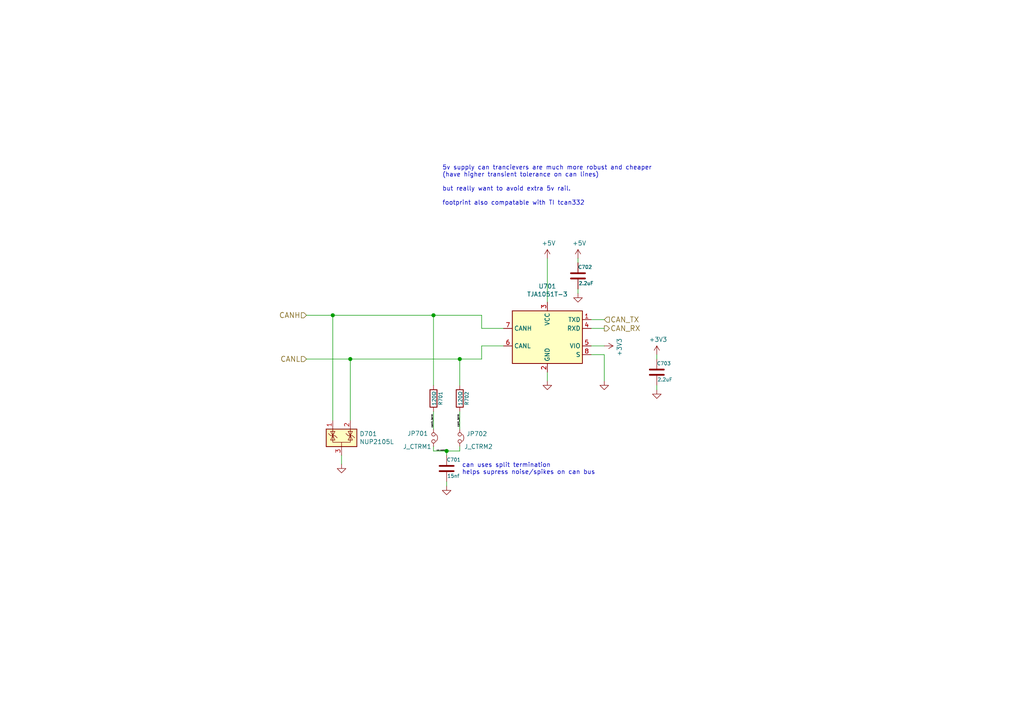
<source format=kicad_sch>
(kicad_sch (version 20210621) (generator eeschema)
  (paper "A4")
  (title_block (title "Moxie-Drive 24, vesc compatable motor controller") (date "2020-07-01") (rev "1.0") (company "Marshall Scholz"))
  (lib_symbols
    (symbol "24_control_board-rescue:C-Device-MoxiE_Control_board-rescue" (pin_numbers hide) (pin_names (offset 0.254))
      (property "Reference" "C" (at 0.635 2.54 0))
      (property "Value" "C-Device-MoxiE_Control_board-rescue" (at 0.635 -2.54 0))
      (symbol "C-Device-MoxiE_Control_board-rescue_0_1"
        (polyline (pts (xy -2.032 -0.762) (xy 2.032 -0.762)) (stroke (width 0.508)))
        (polyline (pts (xy -2.032 0.762) (xy 2.032 0.762)) (stroke (width 0.508)))
      )
      (symbol "C-Device-MoxiE_Control_board-rescue_1_1"
        (pin passive line (at 0 3.81 270) (length 2.794) (name "~") (number "1"))
        (pin passive line (at 0 -3.81 90) (length 2.794) (name "~") (number "2"))
      )
    )
    (symbol "24_control_board-rescue:GND-power-MoxiE_Control_board-rescue" (power) (pin_names (offset 0))
      (property "Value" "GND-power-MoxiE_Control_board-rescue" (at 0 -3.81 0))
      (symbol "GND-power-MoxiE_Control_board-rescue_0_1"
        (polyline (pts (xy 0 0) (xy 0 -1.27) (xy 1.27 -1.27) (xy 0 -2.54) (xy -1.27 -1.27) (xy 0 -1.27)))
      )
      (symbol "GND-power-MoxiE_Control_board-rescue_1_1"
        (pin power_in line (at 0 0 270) (length 0) hide (name "GND") (number "1"))
      )
    )
    (symbol "24_control_board-rescue:R-Device-MoxiE_Control_board-rescue" (pin_numbers hide) (pin_names (offset 0))
      (property "Reference" "R" (at 2.032 0 90))
      (property "Value" "R-Device-MoxiE_Control_board-rescue" (at 0 0 90))
      (symbol "R-Device-MoxiE_Control_board-rescue_0_1"
        (rectangle (start -1.016 -2.54) (end 1.016 2.54) (stroke (width 0.254)))
      )
      (symbol "R-Device-MoxiE_Control_board-rescue_1_1"
        (pin passive line (at 0 3.81 270) (length 1.27) (name "~") (number "1"))
        (pin passive line (at 0 -3.81 90) (length 1.27) (name "~") (number "2"))
      )
    )
    (symbol "Device:Jumper_NC_Small" (pin_numbers hide) (pin_names (offset 0.762) hide)
      (property "Reference" "JP" (at 0 2.032 0))
      (property "Value" "Jumper_NC_Small" (at 0.254 -1.524 0))
      (symbol "Jumper_NC_Small_0_1"
        (arc (start 1.016 0.762) (end -1.016 0.762) (radius (at 0 -0.254) (length 1.4478) (angles 45 135)))
        (circle (center -1.016 0) (radius 0.508))
        (circle (center 1.016 0) (radius 0.508))
        (pin passive line (at -2.54 0 0) (length 1.016) (name "1") (number "1"))
        (pin passive line (at 2.54 0 180) (length 1.016) (name "2") (number "2"))
      )
    )
    (symbol "Interface_CAN_LIN:TJA1051T-3"
      (property "Reference" "U" (at -10.16 8.89 0))
      (property "Value" "TJA1051T-3" (at 1.27 8.89 0))
      (symbol "TJA1051T-3_0_1"
        (rectangle (start -10.16 7.62) (end 10.16 -7.62) (stroke (width 0.254)) (fill (type background)))
      )
      (symbol "TJA1051T-3_1_1"
        (pin input line (at -12.7 5.08 0) (length 2.54) (name "TXD") (number "1"))
        (pin power_in line (at 0 -10.16 90) (length 2.54) (name "GND") (number "2"))
        (pin power_in line (at 0 10.16 270) (length 2.54) (name "VCC") (number "3"))
        (pin output line (at -12.7 2.54 0) (length 2.54) (name "RXD") (number "4"))
        (pin power_in line (at -12.7 -2.54 0) (length 2.54) (name "VIO") (number "5"))
        (pin bidirectional line (at 12.7 -2.54 180) (length 2.54) (name "CANL") (number "6"))
        (pin bidirectional line (at 12.7 2.54 180) (length 2.54) (name "CANH") (number "7"))
        (pin input line (at -12.7 -5.08 0) (length 2.54) (name "S") (number "8"))
      )
    )
    (symbol "Power_Protection:NUP2105L" (pin_names hide)
      (property "Reference" "D" (at 5.715 2.54 0))
      (property "Value" "NUP2105L" (at 5.715 0.635 0))
      (symbol "NUP2105L_0_0"
        (pin passive line (at 0 -5.08 90) (length 2.54) (name "A") (number "3"))
      )
      (symbol "NUP2105L_0_1"
        (rectangle (start -4.445 2.54) (end 4.445 -2.54) (stroke (width 0.254)) (fill (type background)))
        (polyline (pts (xy -2.54 2.54) (xy -2.54 0.635)))
        (polyline (pts (xy 0 -1.27) (xy 0 -2.54)))
        (polyline (pts (xy 2.54 2.54) (xy 2.54 0.635)))
        (polyline (pts (xy -3.81 1.27) (xy -3.175 0.635) (xy -1.905 0.635) (xy -1.27 0)))
        (polyline (pts (xy -2.54 0.635) (xy -2.54 -1.27) (xy 2.54 -1.27) (xy 2.54 0.635)))
        (polyline (pts (xy -2.54 0.635) (xy -1.905 -0.635) (xy -3.175 -0.635) (xy -2.54 0.635)))
        (polyline (pts (xy 2.54 0.635) (xy 1.905 -0.635) (xy 3.175 -0.635) (xy 2.54 0.635)))
        (polyline (pts (xy 2.54 0.635) (xy 3.175 1.905) (xy 1.905 1.905) (xy 2.54 0.635)))
        (polyline (pts (xy -2.54 0.635) (xy -3.175 1.905) (xy -1.905 1.905) (xy -2.54 0.635) (xy -2.54 1.27)))
        (polyline (pts (xy 1.27 1.27) (xy 1.905 0.635) (xy 2.54 0.635) (xy 3.175 0.635) (xy 3.81 0)))
      )
      (symbol "NUP2105L_1_1"
        (pin passive line (at -2.54 5.08 270) (length 2.54) (name "K") (number "1"))
        (pin passive line (at 2.54 5.08 270) (length 2.54) (name "K") (number "2"))
      )
    )
    (symbol "power:+3.3V" (power) (pin_names (offset 0))
      (property "Value" "+3.3V" (at 0 3.556 0))
      (symbol "+3.3V_0_1"
        (polyline (pts (xy -0.762 1.27) (xy 0 2.54)))
        (polyline (pts (xy 0 0) (xy 0 2.54)))
        (polyline (pts (xy 0 2.54) (xy 0.762 1.27)))
      )
      (symbol "+3.3V_1_1"
        (pin power_in line (at 0 0 90) (length 0) hide (name "+3V3") (number "1"))
      )
    )
    (symbol "power:+5V" (power) (pin_names (offset 0))
      (property "Value" "+5V" (at 0 3.556 0))
      (symbol "+5V_0_1"
        (polyline (pts (xy -0.762 1.27) (xy 0 2.54)))
        (polyline (pts (xy 0 0) (xy 0 2.54)))
        (polyline (pts (xy 0 2.54) (xy 0.762 1.27)))
      )
      (symbol "+5V_1_1"
        (pin power_in line (at 0 0 90) (length 0) hide (name "+5V") (number "1"))
      )
    )
  )
  (junction (at 96.52 91.44) (diameter 1.016))
  (junction (at 101.6 104.14) (diameter 1.016))
  (junction (at 125.73 91.44) (diameter 1.016))
  (junction (at 129.54 130.81) (diameter 1.016))
  (junction (at 133.35 104.14) (diameter 1.016))
  (wire (pts (xy 88.9 91.44) (xy 96.52 91.44)))
  (wire (pts (xy 88.9 104.14) (xy 101.6 104.14)))
  (wire (pts (xy 96.52 91.44) (xy 125.73 91.44)))
  (wire (pts (xy 96.52 121.92) (xy 96.52 91.44)))
  (wire (pts (xy 99.06 134.62) (xy 99.06 132.08)))
  (wire (pts (xy 101.6 104.14) (xy 133.35 104.14)))
  (wire (pts (xy 101.6 121.92) (xy 101.6 104.14)))
  (wire (pts (xy 125.73 91.44) (xy 125.73 111.76)))
  (wire (pts (xy 125.73 91.44) (xy 139.7 91.44)))
  (wire (pts (xy 125.73 119.38) (xy 125.73 124.46)))
  (wire (pts (xy 125.73 129.54) (xy 125.73 130.81)))
  (wire (pts (xy 125.73 130.81) (xy 129.54 130.81)))
  (wire (pts (xy 129.54 130.81) (xy 133.35 130.81)))
  (wire (pts (xy 129.54 132.08) (xy 129.54 130.81)))
  (wire (pts (xy 129.54 140.97) (xy 129.54 139.7)))
  (wire (pts (xy 133.35 104.14) (xy 133.35 111.76)))
  (wire (pts (xy 133.35 104.14) (xy 139.7 104.14)))
  (wire (pts (xy 133.35 119.38) (xy 133.35 124.46)))
  (wire (pts (xy 133.35 130.81) (xy 133.35 129.54)))
  (wire (pts (xy 139.7 95.25) (xy 139.7 91.44)))
  (wire (pts (xy 139.7 100.33) (xy 146.05 100.33)))
  (wire (pts (xy 139.7 104.14) (xy 139.7 100.33)))
  (wire (pts (xy 146.05 95.25) (xy 139.7 95.25)))
  (wire (pts (xy 158.75 87.63) (xy 158.75 74.93)))
  (wire (pts (xy 158.75 107.95) (xy 158.75 110.49)))
  (wire (pts (xy 167.64 74.93) (xy 167.64 76.2)))
  (wire (pts (xy 167.64 83.82) (xy 167.64 85.09)))
  (wire (pts (xy 171.45 95.25) (xy 175.26 95.25)))
  (wire (pts (xy 171.45 100.33) (xy 175.26 100.33)))
  (wire (pts (xy 175.26 92.71) (xy 171.45 92.71)))
  (wire (pts (xy 175.26 102.87) (xy 171.45 102.87)))
  (wire (pts (xy 175.26 102.87) (xy 175.26 110.49)))
  (wire (pts (xy 190.5 102.87) (xy 190.5 104.14)))
  (wire (pts (xy 190.5 111.76) (xy 190.5 113.03)))
  (text "5v supply can trancievers are much more robust and cheaper\n(have higher transient tolerance on can lines)\n\nbut really want to avoid extra 5v rail.\n\nfootprint also compatable with TI tcan332" (at 128.27 59.69 0) (effects (font (size 1.27 1.27)) (justify left bottom)))
  (text "can uses split termination\nhelps supress noise/spikes on can bus" (at 133.985 137.795 0) (effects (font (size 1.27 1.27)) (justify left bottom)))
  (label "canh_term" (at 125.73 120.015 270) (effects (font (size 0.5 0.5))))
  (label "can_capterm" (at 129.54 130.81 180) (effects (font (size 0.3 0.3))))
  (label "canl_term" (at 133.35 120.015 270) (effects (font (size 0.5 0.5))))
  (hierarchical_label "CANH" (shape input) (at 88.9 91.44 180) (effects (font (size 1.524 1.524))))
  (hierarchical_label "CANL" (shape input) (at 88.9 104.14 180) (effects (font (size 1.524 1.524))))
  (hierarchical_label "CAN_TX" (shape input) (at 175.26 92.71 0) (effects (font (size 1.524 1.524))))
  (hierarchical_label "CAN_RX" (shape output) (at 175.26 95.25 0) (effects (font (size 1.524 1.524))))
  (symbol (lib_id "power:+5V") (at 158.75 74.93 0) (unit 1)
    (property "Reference" "#PWR0702" (effects hide))
    (property "Value" "+5V" (at 159.131 70.5358 0))
  )
  (symbol (lib_id "power:+5V") (at 167.64 74.93 0) (unit 1)
    (property "Reference" "#PWR0704" (effects hide))
    (property "Value" "+5V" (at 168.021 70.5358 0))
  )
  (symbol (lib_id "power:+3.3V") (at 175.26 100.33 270) (unit 1)
    (property "Reference" "#PWR0706" (effects hide))
    (property "Value" "+3.3V" (at 179.6542 100.711 0))
  )
  (symbol (lib_id "power:+3.3V") (at 190.5 102.87 0) (unit 1)
    (property "Reference" "#PWR0124" (effects hide))
    (property "Value" "+3.3V" (at 190.881 98.4758 0))
  )
  (symbol (lib_id "24_control_board-rescue:GND-power-MoxiE_Control_board-rescue") (at 99.06 134.62 0) (unit 1)
    (property "Reference" "#PWR0122" (effects hide))
    (property "Value" "GND" (effects hide))
  )
  (symbol (lib_id "24_control_board-rescue:GND-power-MoxiE_Control_board-rescue") (at 129.54 140.97 0) (unit 1)
    (property "Reference" "#PWR0701" (effects hide))
    (property "Value" "GND" (effects hide))
  )
  (symbol (lib_id "24_control_board-rescue:GND-power-MoxiE_Control_board-rescue") (at 158.75 110.49 0) (unit 1)
    (property "Reference" "#PWR0703" (effects hide))
    (property "Value" "GND" (effects hide))
  )
  (symbol (lib_id "24_control_board-rescue:GND-power-MoxiE_Control_board-rescue") (at 167.64 85.09 0) (unit 1)
    (property "Reference" "#PWR0705" (effects hide))
    (property "Value" "GND" (effects hide))
  )
  (symbol (lib_id "24_control_board-rescue:GND-power-MoxiE_Control_board-rescue") (at 175.26 110.49 0) (unit 1)
    (property "Reference" "#PWR0707" (effects hide))
    (property "Value" "GND" (effects hide))
  )
  (symbol (lib_id "24_control_board-rescue:GND-power-MoxiE_Control_board-rescue") (at 190.5 113.03 0) (unit 1)
    (property "Reference" "#PWR0123" (effects hide))
    (property "Value" "GND" (effects hide))
  )
  (symbol (lib_id "Device:Jumper_NC_Small") (at 125.73 127 270) (unit 1)
    (property "Reference" "JP701" (at 118.11 125.73 90) (effects (justify left)))
    (property "Value" "J_CTRM1" (at 116.84 129.54 90) (effects (justify left)))
    (property "Footprint" "pkl_jumpers:J_NC_0402_15" (effects hide))
  )
  (symbol (lib_id "Device:Jumper_NC_Small") (at 133.35 127 270) (unit 1)
    (property "Reference" "JP702" (at 135.255 125.8316 90) (effects (justify left)))
    (property "Value" "J_CTRM2" (at 134.62 129.54 90) (effects (justify left)))
    (property "Footprint" "pkl_jumpers:J_NC_0402_15" (effects hide))
  )
  (symbol (lib_id "24_control_board-rescue:R-Device-MoxiE_Control_board-rescue") (at 125.73 115.57 0) (unit 1)
    (property "Reference" "R701" (at 127.762 115.57 90) (effects (font (size 1.016 1.016))))
    (property "Value" "120Ω" (at 125.9078 115.5446 90) (effects (font (size 1.016 1.016))))
    (property "Footprint" "pkl_dipol:R_0402" (effects hide))
  )
  (symbol (lib_id "24_control_board-rescue:R-Device-MoxiE_Control_board-rescue") (at 133.35 115.57 0) (unit 1)
    (property "Reference" "R702" (at 135.382 115.57 90) (effects (font (size 1.016 1.016))))
    (property "Value" "120Ω" (at 133.5278 115.5446 90) (effects (font (size 1.016 1.016))))
    (property "Footprint" "pkl_dipol:R_0402" (effects hide))
  )
  (symbol (lib_id "24_control_board-rescue:C-Device-MoxiE_Control_board-rescue") (at 129.54 135.89 0) (unit 1)
    (property "Reference" "C701" (at 129.54 133.35 0) (effects (font (size 1.016 1.016)) (justify left)))
    (property "Value" "15nf" (at 129.6924 138.049 0) (effects (font (size 1.016 1.016)) (justify left)))
    (property "Footprint" "pkl_dipol:C_0402" (effects hide))
  )
  (symbol (lib_id "24_control_board-rescue:C-Device-MoxiE_Control_board-rescue") (at 167.64 80.01 0) (unit 1)
    (property "Reference" "C702" (at 167.64 77.47 0) (effects (font (size 1.016 1.016)) (justify left)))
    (property "Value" "2.2uF" (at 167.7924 82.169 0) (effects (font (size 1.016 1.016)) (justify left)))
    (property "Footprint" "pkl_dipol:C_0402" (effects hide))
  )
  (symbol (lib_id "24_control_board-rescue:C-Device-MoxiE_Control_board-rescue") (at 190.5 107.95 0) (unit 1)
    (property "Reference" "C703" (at 190.5 105.41 0) (effects (font (size 1.016 1.016)) (justify left)))
    (property "Value" "2.2uF" (at 190.6524 110.109 0) (effects (font (size 1.016 1.016)) (justify left)))
    (property "Footprint" "pkl_dipol:C_0402" (effects hide))
  )
  (symbol (lib_id "Power_Protection:NUP2105L") (at 99.06 127 0) (unit 1)
    (property "Reference" "D701" (at 104.267 125.8316 0) (effects (justify left)))
    (property "Value" "NUP2105L" (at 104.267 128.143 0) (effects (justify left)))
    (property "Footprint" "Package_TO_SOT_SMD:SOT-23" (effects hide))
    (property "Datasheet" "http://www.onsemi.com/pub_link/Collateral/NUP2105L-D.PDF" (effects hide))
  )
  (symbol (lib_id "Interface_CAN_LIN:TJA1051T-3") (at 158.75 97.79 0) (mirror y) (unit 1)
    (property "Reference" "U701" (at 158.75 83.0326 0))
    (property "Value" "TJA1051T-3" (at 158.75 85.344 0))
    (property "Footprint" "Package_SO:SOIC-8_3.9x4.9mm_P1.27mm" (effects hide))
    (property "Datasheet" "http://www.nxp.com/documents/data_sheet/TJA1051.pdf" (effects hide))
  )
)
</source>
